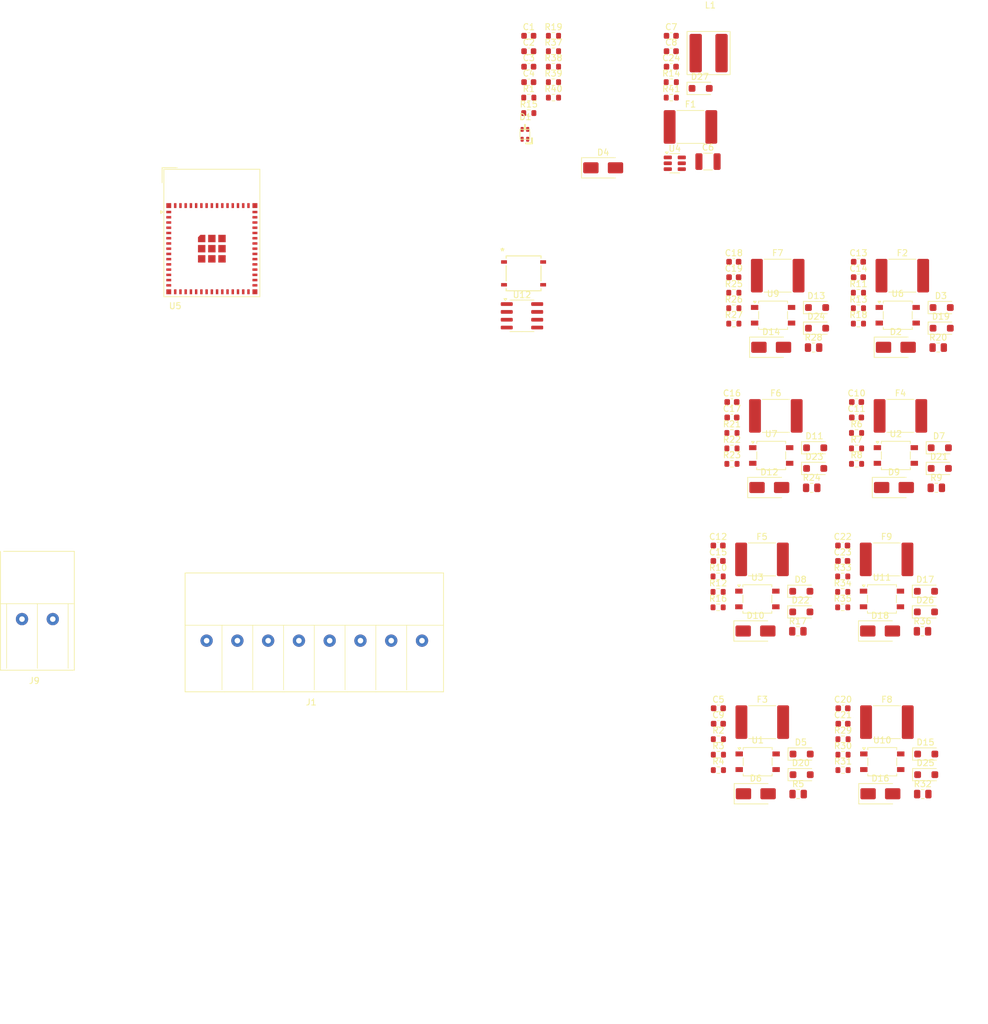
<source format=kicad_pcb>
(kicad_pcb (version 20241229) (generator "pcbnew") (generator_version "9.0")
  (layers (0 "F.Cu" signal) (4 "In1.Cu" signal) (6 "In2.Cu" signal) (2 "B.Cu" signal) (13 "F.Paste" user) (15 "B.Paste" user) (5 "F.SilkS" user "F.Silkscreen") (7 "B.SilkS" user "B.Silkscreen") (1 "F.Mask" user) (3 "B.Mask" user) (25 "Edge.Cuts" user))
  (net 0 "")
  (net 1 "+3.3V")
  (net 2 "GND")
  (net 3 "Net-(U5-EN)")
  (net 4 "/COMM_V")
  (net 5 "Net-(C5-Pad2)")
  (net 6 "+V")
  (net 7 "/SENSE_2")
  (net 8 "Net-(C10-Pad2)")
  (net 9 "/SENSE_3")
  (net 10 "Net-(C12-Pad2)")
  (net 11 "Net-(C13-Pad2)")
  (net 12 "/SENSE_1")
  (net 13 "/SENSE_4")
  (net 14 "Net-(C16-Pad2)")
  (net 15 "/SENSE_5")
  (net 16 "Net-(C18-Pad2)")
  (net 17 "/SENSE_6")
  (net 18 "Net-(C20-Pad2)")
  (net 19 "/SENSE_7")
  (net 20 "Net-(C22-Pad2)")
  (net 21 "/SENSE_8")
  (net 22 "Net-(U4-SW)")
  (net 23 "Net-(U4-CB)")
  (net 24 "Net-(D1-RK)")
  (net 25 "Net-(D1-BK)")
  (net 26 "Net-(D1-GK)")
  (net 27 "Net-(D19-K)")
  (net 28 "Net-(D27-A)")
  (net 29 "Net-(D20-K)")
  (net 30 "Net-(D21-K)")
  (net 31 "Net-(D10-A2)")
  (net 32 "Net-(D11-A)")
  (net 33 "Net-(D13-A)")
  (net 34 "Net-(D15-A)")
  (net 35 "Net-(D17-A)")
  (net 36 "Net-(J9-Pin_2)")
  (net 37 "/IO_1")
  (net 38 "/IO_2")
  (net 39 "/IO_3")
  (net 40 "/IO_4")
  (net 41 "/IO_5")
  (net 42 "/IO_6")
  (net 43 "/IO_7")
  (net 44 "/IO_8")
  (net 45 "Net-(R2-Pad2)")
  (net 46 "Net-(R6-Pad2)")
  (net 47 "Net-(R10-Pad2)")
  (net 48 "Net-(R11-Pad2)")
  (net 49 "Net-(U4-FB)")
  (net 50 "/SDA")
  (net 51 "/SCL")
  (net 52 "Net-(R21-Pad2)")
  (net 53 "Net-(R25-Pad2)")
  (net 54 "Net-(R29-Pad2)")
  (net 55 "Net-(R33-Pad2)")
  (net 56 "Net-(U5-IO40)")
  (net 57 "Net-(U5-IO41)")
  (net 58 "Net-(U5-IO42)")
  (net 59 "Net-(U5-IO48)")
  (net 60 "/EN_2")
  (net 61 "/EN_3")
  (net 62 "/EN_4")
  (net 64 "/EN_8")
  (net 65 "/EN_6")
  (net 67 "/EN_7")
  (net 75 "/EN_5")
  (net 84 "/EN_1")
  (footprint "Capacitor_SMD:C_0603_1608Metric" (layer "F.Cu") (at 255.325 73.39)
    (property "Reference" "C14" (at 0 -1.43 0) (layer "F.SilkS"))
    (property "Value" "2.7n")
    (pad "1" smd roundrect (at -0.775 0) (size 0.9 0.95) (layers "F.Cu" "F.Mask" "F.Paste") (net 12 "/SENSE_1"))
    (pad "2" smd roundrect (at 0.775 0) (size 0.9 0.95) (layers "F.Cu" "F.Mask" "F.Paste") (net 2 "GND"))
  )
  (footprint "Package_SO:SO-4_4.4x4.3mm_P2.54mm" (layer "F.Cu") (at 241.15 102.33)
    (property "Reference" "U7" (at 0 -3.5 0) (layer "F.SilkS"))
    (property "Value" "GAQY212GSX")
    (pad "1" smd rect (at -3 -1.27 270) (size 0.8 1.2) (layers "F.Cu" "F.Mask" "F.Paste") (net 75 "/EN_5"))
    (pad "2" smd rect (at -3 1.27 270) (size 0.8 1.2) (layers "F.Cu" "F.Mask" "F.Paste") (net 52 "Net-(R21-Pad2)"))
    (pad "3" smd rect (at 3 1.27 270) (size 0.8 1.2) (layers "F.Cu" "F.Mask" "F.Paste") (net 32 "Net-(D11-A)"))
    (pad "4" smd rect (at 3 -1.27 270) (size 0.8 1.2) (layers "F.Cu" "F.Mask" "F.Paste") (net 4 "/COMM_V"))
  )
  (footprint "Diode_SMD:D_SMA" (layer "F.Cu") (at 261.4 84.76)
    (property "Reference" "D2" (at 0 -2.5 0) (layer "F.SilkS"))
    (property "Value" "SMAJ60CA")
    (pad "1" smd roundrect (at -2 0) (size 2.5 1.8) (layers "F.Cu" "F.Mask" "F.Paste") (roundrect_rratio 0.1388888889) (net 2 "GND"))
    (pad "2" smd roundrect (at 2 0) (size 2.5 1.8) (layers "F.Cu" "F.Mask" "F.Paste") (roundrect_rratio 0.1388888889) (net 27 "Net-(D19-K)"))
  )
  (footprint "Resistor_SMD:R_0603_1608Metric" (layer "F.Cu") (at 252.8175 148.4)
    (property "Reference" "R29" (at 0 -1.43 0) (layer "F.SilkS"))
    (property "Value" "270")
    (pad "1" smd roundrect (at -0.825 0) (size 0.8 0.95) (layers "F.Cu" "F.Mask" "F.Paste") (net 2 "GND"))
    (pad "2" smd roundrect (at 0.825 0) (size 0.8 0.95) (layers "F.Cu" "F.Mask" "F.Paste") (net 54 "Net-(R29-Pad2)"))
  )
  (footprint "Resistor_SMD:R_0805_2012Metric" (layer "F.Cu") (at 268.285 84.81)
    (property "Reference" "R20" (at 0 -1.65 0) (layer "F.SilkS"))
    (property "Value" "100 ERJ-P06F1000V")
    (pad "1" smd roundrect (at -0.9125 0) (size 1.025 1.4) (layers "F.Cu" "F.Mask" "F.Paste") (roundrect_rratio 0.243902) (net 27 "Net-(D19-K)"))
    (pad "2" smd roundrect (at 0.9125 0) (size 1.025 1.4) (layers "F.Cu" "F.Mask" "F.Paste") (roundrect_rratio 0.243902) (net 11 "Net-(C13-Pad2)"))
  )
  (footprint "Capacitor_SMD:C_0603_1608Metric" (layer "F.Cu") (at 234.77 93.65)
    (property "Reference" "C16" (at 0 -1.43 0) (layer "F.SilkS"))
    (property "Value" "1u")
    (pad "1" smd roundrect (at -0.775 0) (size 0.9 0.95) (layers "F.Cu" "F.Mask" "F.Paste") (net 4 "/COMM_V"))
    (pad "2" smd roundrect (at 0.775 0) (size 0.9 0.95) (layers "F.Cu" "F.Mask" "F.Paste") (net 14 "Net-(C16-Pad2)"))
  )
  (footprint "Capacitor_SMD:C_0603_1608Metric" (layer "F.Cu") (at 255.02 93.65)
    (property "Reference" "C10" (at 0 -1.43 0) (layer "F.SilkS"))
    (property "Value" "1u")
    (pad "1" smd roundrect (at -0.775 0) (size 0.9 0.95) (layers "F.Cu" "F.Mask" "F.Paste") (net 4 "/COMM_V"))
    (pad "2" smd roundrect (at 0.775 0) (size 0.9 0.95) (layers "F.Cu" "F.Mask" "F.Paste") (net 8 "Net-(C10-Pad2)"))
  )
  (footprint "Resistor_SMD:R_0805_2012Metric" (layer "F.Cu") (at 267.98 107.58)
    (property "Reference" "R9" (at 0 -1.65 0) (layer "F.SilkS"))
    (property "Value" "100 ERJ-P06F1000V")
    (pad "1" smd roundrect (at -0.9125 0) (size 1.025 1.4) (layers "F.Cu" "F.Mask" "F.Paste") (roundrect_rratio 0.243902) (net 30 "Net-(D21-K)"))
    (pad "2" smd roundrect (at 0.9125 0) (size 1.025 1.4) (layers "F.Cu" "F.Mask" "F.Paste") (roundrect_rratio 0.243902) (net 8 "Net-(C10-Pad2)"))
  )
  (footprint "Diode_SMD:D_SOD-123F" (layer "F.Cu") (at 248.6 78.31)
    (property "Reference" "D13" (at -0.127 -1.905 0) (layer "F.SilkS"))
    (property "Value" "SM4007PL")
    (pad "1" smd roundrect (at -1.4 0) (size 1.1 1.1) (layers "F.Cu" "F.Mask" "F.Paste") (roundrect_rratio 0.2272727273) (net 6 "+V"))
    (pad "2" smd roundrect (at 1.4 0) (size 1.1 1.1) (layers "F.Cu" "F.Mask" "F.Paste") (roundrect_rratio 0.2272727273) (net 33 "Net-(D13-A)"))
  )
  (footprint "Capacitor_SMD:C_0603_1608Metric" (layer "F.Cu") (at 201.7575 34.18)
    (property "Reference" "C1" (at 0 -1.43 0) (layer "F.SilkS"))
    (property "Value" "22u")
    (pad "1" smd roundrect (at -0.775 0) (size 0.9 0.95) (layers "F.Cu" "F.Mask" "F.Paste") (net 2 "GND"))
    (pad "2" smd roundrect (at 0.775 0) (size 0.9 0.95) (layers "F.Cu" "F.Mask" "F.Paste") (net 1 "+3.3V"))
  )
  (footprint "Fuse:Fuse_2920_7451Metric" (layer "F.Cu") (at 239.65 119.2)
    (property "Reference" "F5" (at 0 -3.68 0) (layer "F.SilkS"))
    (property "Value" "0ZCF0075AF2C")
    (pad "1" smd roundrect (at -3.3875 0) (size 1.925 5.45) (layers "F.Cu" "F.Mask" "F.Paste") (roundrect_rratio 0.12987) (net 40 "/IO_4"))
    (pad "2" smd roundrect (at 3.3875 0) (size 1.925 5.45) (layers "F.Cu" "F.Mask" "F.Paste") (roundrect_rratio 0.12987) (net 31 "Net-(D10-A2)"))
  )
  (footprint "Diode_SMD:D_SOD-123F" (layer "F.Cu") (at 266.3425 150.81)
    (property "Reference" "D15" (at -0.127 -1.905 0) (layer "F.SilkS"))
    (property "Value" "SM4007PL")
    (pad "1" smd roundrect (at -1.4 0) (size 1.1 1.1) (layers "F.Cu" "F.Mask" "F.Paste") (roundrect_rratio 0.2272727273) (net 6 "+V"))
    (pad "2" smd roundrect (at 1.4 0) (size 1.1 1.1) (layers "F.Cu" "F.Mask" "F.Paste") (roundrect_rratio 0.2272727273) (net 34 "Net-(D15-A)"))
  )
  (footprint "Capacitor_SMD:C_0603_1608Metric" (layer "F.Cu") (at 232.5675 145.89)
    (property "Reference" "C9" (at 0 -1.43 0) (layer "F.SilkS"))
    (property "Value" "2.7n")
    (pad "1" smd roundrect (at -0.775 0) (size 0.9 0.95) (layers "F.Cu" "F.Mask" "F.Paste") (net 7 "/SENSE_2"))
    (pad "2" smd roundrect (at 0.775 0) (size 0.9 0.95) (layers "F.Cu" "F.Mask" "F.Paste") (net 2 "GND"))
  )
  (footprint "Fuse:Fuse_2920_7451Metric" (layer "F.Cu") (at 239.6975 145.63)
    (property "Reference" "F3" (at 0 -3.68 0) (layer "F.SilkS"))
    (property "Value" "0ZCF0075AF2C")
    (pad "1" smd roundrect (at -3.3875 0) (size 1.925 5.45) (layers "F.Cu" "F.Mask" "F.Paste") (roundrect_rratio 0.12987) (net 38 "/IO_2"))
    (pad "2" smd roundrect (at 3.3875 0) (size 1.925 5.45) (layers "F.Cu" "F.Mask" "F.Paste") (roundrect_rratio 0.12987) (net 29 "Net-(D20-K)"))
  )
  (footprint "Resistor_SMD:R_0603_1608Metric" (layer "F.Cu") (at 232.52 126.99)
    (property "Reference" "R16" (at 0 -1.43 0) (layer "F.SilkS"))
    (property "Value" "5.90k 1%")
    (pad "1" smd roundrect (at -0.825 0) (size 0.8 0.95) (layers "F.Cu" "F.Mask" "F.Paste") (net 2 "GND"))
    (pad "2" smd roundrect (at 0.825 0) (size 0.8 0.95) (layers "F.Cu" "F.Mask" "F.Paste") (net 13 "/SENSE_4"))
  )
  (footprint "qmi_footprints:SON4_PTS526 SM15 SMTR2 LFS_CNK" (layer "F.Cu") (at 200.908299 72.7603)
    (property "Reference" "SW1" (hide yes))
    (property "Value" "PTS526SM15SMTR2 LFS")
    (fp_text user "*" (at -3.434349 -3.5518 0) (layer "F.SilkS"))
    (fp_text user "*" (at -3.434349 -3.5518 0) (layer "F.SilkS"))
    (pad "1" smd rect (at -3.180349 -1.849999) (size 0.9505 0.5588) (layers "F.Cu" "F.Mask" "F.Paste") (net 59 "Net-(U5-IO48)"))
    (pad "2" smd rect (at -3.180349 1.849999) (size 0.9505 0.5588) (layers "F.Cu" "F.Mask" "F.Paste") (net 59 "Net-(U5-IO48)"))
    (pad "3" smd rect (at 3.180349 1.849999) (size 0.9505 0.5588) (layers "F.Cu" "F.Mask" "F.Paste") (net 2 "GND"))
    (pad "4" smd rect (at 3.180349 -1.849999) (size 0.9505 0.5588) (layers "F.Cu" "F.Mask" "F.Paste") (net 2 "GND"))
  )
  (footprint "Diode_SMD:D_SOD-123F" (layer "F.Cu") (at 248.295 101.08)
    (property "Reference" "D11" (at -0.127 -1.905 0) (layer "F.SilkS"))
    (property "Value" "SM4007PL")
    (pad "1" smd roundrect (at -1.4 0) (size 1.1 1.1) (layers "F.Cu" "F.Mask" "F.Paste") (roundrect_rratio 0.2272727273) (net 6 "+V"))
    (pad "2" smd roundrect (at 1.4 0) (size 1.1 1.1) (layers "F.Cu" "F.Mask" "F.Paste") (roundrect_rratio 0.2272727273) (net 32 "Net-(D11-A)"))
  )
  (footprint "Capacitor_SMD:C_0603_1608Metric" (layer "F.Cu") (at 234.77 96.16)
    (property "Reference" "C17" (at 0 -1.43 0) (layer "F.SilkS"))
    (property "Value" "2.7n")
    (pad "1" smd roundrect (at -0.775 0) (size 0.9 0.95) (layers "F.Cu" "F.Mask" "F.Paste") (net 15 "/SENSE_5"))
    (pad "2" smd roundrect (at 0.775 0) (size 0.9 0.95) (layers "F.Cu" "F.Mask" "F.Paste") (net 2 "GND"))
  )
  (footprint "Diode_SMD:D_SMA" (layer "F.Cu") (at 258.845 130.83)
    (property "Reference" "D18" (at 0 -2.5 0) (layer "F.SilkS"))
    (property "Value" "SMAJ60CA")
    (pad "1" smd roundrect (at -2 0) (size 2.5 1.8) (layers "F.Cu" "F.Mask" "F.Paste") (roundrect_rratio 0.1388888889) (net 2 "GND"))
    (pad "2" smd roundrect (at 2 0) (size 2.5 1.8) (layers "F.Cu" "F.Mask" "F.Paste") (roundrect_rratio 0.1388888889) (net 35 "Net-(D17-A)"))
  )
  (footprint "Capacitor_SMD:C_0603_1608Metric" (layer "F.Cu") (at 252.77 119.46)
    (property "Reference" "C23" (at 0 -1.43 0) (layer "F.SilkS"))
    (property "Value" "2.7n")
    (pad "1" smd roundrect (at -0.775 0) (size 0.9 0.95) (layers "F.Cu" "F.Mask" "F.Paste") (net 21 "/SENSE_8"))
    (pad "2" smd roundrect (at 0.775 0) (size 0.9 0.95) (layers "F.Cu" "F.Mask" "F.Paste") (net 2 "GND"))
  )
  (footprint "Capacitor_SMD:C_0603_1608Metric" (layer "F.Cu") (at 224.9075 34.18)
    (property "Reference" "C7" (at 0 -1.43 0) (layer "F.SilkS"))
    (property "Value" "100n")
    (pad "1" smd roundrect (at -0.775 0) (size 0.9 0.95) (layers "F.Cu" "F.Mask" "F.Paste") (net 2 "GND"))
    (pad "2" smd roundrect (at 0.775 0) (size 0.9 0.95) (layers "F.Cu" "F.Mask" "F.Paste") (net 6 "+V"))
  )
  (footprint "Fuse:Fuse_2920_7451Metric" (layer "F.Cu") (at 241.9 95.9)
    (property "Reference" "F6" (at 0 -3.68 0) (layer "F.SilkS"))
    (property "Value" "0ZCF0075AF2C")
    (pad "1" smd roundrect (at -3.3875 0) (size 1.925 5.45) (layers "F.Cu" "F.Mask" "F.Paste") (roundrect_rratio 0.12987) (net 41 "/IO_5"))
    (pad "2" smd roundrect (at 3.3875 0) (size 1.925 5.45) (layers "F.Cu" "F.Mask" "F.Paste") (roundrect_rratio 0.12987) (net 32 "Net-(D11-A)"))
  )
  (footprint "Resistor_SMD:R_0603_1608Metric" (layer "F.Cu") (at 232.52 121.97)
    (property "Reference" "R10" (at 0 -1.43 0) (layer "F.SilkS"))
    (property "Value" "270")
    (pad "1" smd roundrect (at -0.825 0) (size 0.8 0.95) (layers "F.Cu" "F.Mask" "F.Paste") (net 2 "GND"))
    (pad "2" smd roundrect (at 0.825 0) (size 0.8 0.95) (layers "F.Cu" "F.Mask" "F.Paste") (net 47 "Net-(R10-Pad2)"))
  )
  (footprint "Resistor_SMD:R_0603_1608Metric" (layer "F.Cu") (at 252.77 121.97)
    (property "Reference" "R33" (at 0 -1.43 0) (layer "F.SilkS"))
    (property "Value" "270")
    (pad "1" smd roundrect (at -0.825 0) (size 0.8 0.95) (layers "F.Cu" "F.Mask" "F.Paste") (net 2 "GND"))
    (pad "2" smd roundrect (at 0.825 0) (size 0.8 0.95) (layers "F.Cu" "F.Mask" "F.Paste") (net 55 "Net-(R33-Pad2)"))
  )
  (footprint "Resistor_SMD:R_0603_1608Metric" (layer "F.Cu") (at 255.325 78.41)
    (property "Reference" "R13" (at 0 -1.43 0) (layer "F.SilkS"))
    (property "Value" "113k 1%")
    (pad "1" smd roundrect (at -0.825 0) (size 0.8 0.95) (layers "F.Cu" "F.Mask" "F.Paste") (net 12 "/SENSE_1"))
    (pad "2" smd roundrect (at 0.825 0) (size 0.8 0.95) (layers "F.Cu" "F.Mask" "F.Paste") (net 27 "Net-(D19-K)"))
  )
  (footprint "Diode_SMD:D_SOD-123F" (layer "F.Cu") (at 246.045 124.38)
    (property "Reference" "D8" (at -0.127 -1.905 0) (layer "F.SilkS"))
    (property "Value" "SM4007PL")
    (pad "1" smd roundrect (at -1.4 0) (size 1.1 1.1) (layers "F.Cu" "F.Mask" "F.Paste") (roundrect_rratio 0.2272727273) (net 6 "+V"))
    (pad "2" smd roundrect (at 1.4 0) (size 1.1 1.1) (layers "F.Cu" "F.Mask" "F.Paste") (roundrect_rratio 0.2272727273) (net 31 "Net-(D10-A2)"))
  )
  (footprint "Resistor_SMD:R_0603_1608Metric" (layer "F.Cu") (at 201.7575 44.22)
    (property "Reference" "R1" (at 0 -1.43 0) (layer "F.SilkS"))
    (property "Value" "1k")
    (pad "1" smd roundrect (at -0.825 0) (size 0.8 0.95) (layers "F.Cu" "F.Mask" "F.Paste") (net 3 "Net-(U5-EN)"))
    (pad "2" smd roundrect (at 0.825 0) (size 0.8 0.95) (layers "F.Cu" "F.Mask" "F.Paste") (net 1 "+3.3V"))
  )
  (footprint "Resistor_SMD:R_0805_2012Metric" (layer "F.Cu") (at 265.73 130.88)
    (property "Reference" "R36" (at 0 -1.65 0) (layer "F.SilkS"))
    (property "Value" "100 ERJ-P06F1000V")
    (pad "1" smd roundrect (at -0.9125 0) (size 1.025 1.4) (layers "F.Cu" "F.Mask" "F.Paste") (roundrect_rratio 0.243902) (net 35 "Net-(D17-A)"))
    (pad "2" smd roundrect (at 0.9125 0) (size 1.025 1.4) (layers "F.Cu" "F.Mask" "F.Paste") (roundrect_rratio 0.243902) (net 20 "Net-(C22-Pad2)"))
  )
  (footprint "Capacitor_SMD:C_0603_1608Metric" (layer "F.Cu") (at 255.325 70.88)
    (property "Reference" "C13" (at 0 -1.43 0) (layer "F.SilkS"))
    (property "Value" "1u")
    (pad "1" smd roundrect (at -0.775 0) (size 0.9 0.95) (layers "F.Cu" "F.Mask" "F.Paste") (net 4 "/COMM_V"))
    (pad "2" smd roundrect (at 0.775 0) (size 0.9 0.95) (layers "F.Cu" "F.Mask" "F.Paste") (net 11 "Net-(C13-Pad2)"))
  )
  (footprint "Fuse:Fuse_2920_7451Metric" (layer "F.Cu") (at 262.15 95.9)
    (property "Reference" "F4" (at 0 -3.68 0) (layer "F.SilkS"))
    (property "Value" "0ZCF0075AF2C")
    (pad "1" smd roundrect (at -3.3875 0) (size 1.925 5.45) (layers "F.Cu" "F.Mask" "F.Paste") (roundrect_rratio 0.12987) (net 39 "/IO_3"))
    (pad "2" smd roundrect (at 3.3875 0) (size 1.925 5.45) (layers "F.Cu" "F.Mask" "F.Paste") (roundrect_rratio 0.12987) (net 30 "Net-(D21-K)"))
  )
  (footprint "Resistor_SMD:R_0603_1608Metric" (layer "F.Cu") (at 234.77 101.18)
    (property "Reference" "R22" (at 0 -1.43 0) (layer "F.SilkS"))
    (property "Value" "113k 1%")
    (pad "1" smd roundrect (at -0.825 0) (size 0.8 0.95) (layers "F.Cu" "F.Mask" "F.Paste") (net 15 "/SENSE_5"))
    (pad "2" smd roundrect (at 0.825 0) (size 0.8 0.95) (layers "F.Cu" "F.Mask" "F.Paste") (net 32 "Net-(D11-A)"))
  )
  (footprint "Resistor_SMD:R_0603_1608Metric" (layer "F.Cu") (at 205.7675 36.69)
    (property "Reference" "R37" (at 0 -1.43 0) (layer "F.SilkS"))
    (property "Value" "1k")
    (pad "1" smd roundrect (at -0.825 0) (size 0.8 0.95) (layers "F.Cu" "F.Mask" "F.Paste") (net 24 "Net-(D1-RK)"))
    (pad "2" smd roundrect (at 0.825 0) (size 0.8 0.95) (layers "F.Cu" "F.Mask" "F.Paste") (net 56 "Net-(U5-IO40)"))
  )
  (footprint "Package_SO:SO-4_4.4x4.3mm_P2.54mm" (layer "F.Cu") (at 241.455 79.56)
    (property "Reference" "U9" (at 0 -3.5 0) (layer "F.SilkS"))
    (property "Value" "GAQY212GSX")
    (pad "1" smd rect (at -3 -1.27 270) (size 0.8 1.2) (layers "F.Cu" "F.Mask" "F.Paste") (net 65 "/EN_6"))
    (pad "2" smd rect (at -3 1.27 270) (size 0.8 1.2) (layers "F.Cu" "F.Mask" "F.Paste") (net 53 "Net-(R25-Pad2)"))
    (pad "3" smd rect (at 3 1.27 270) (size 0.8 1.2) (layers "F.Cu" "F.Mask" "F.Paste") (net 33 "Net-(D13-A)"))
    (pad "4" smd rect (at 3 -1.27 270) (size 0.8 1.2) (layers "F.Cu" "F.Mask" "F.Paste") (net 4 "/COMM_V"))
  )
  (footprint "Resistor_SMD:R_0603_1608Metric" (layer "F.Cu") (at 205.7675 41.71)
    (property "Reference" "R39" (at 0 -1.43 0) (layer "F.SilkS"))
    (property "Value" "1k")
    (pad "1" smd roundrect (at -0.825 0) (size 0.8 0.95) (layers "F.Cu" "F.Mask" "F.Paste") (net 25 "Net-(D1-BK)"))
    (pad "2" smd roundrect (at 0.825 0) (size 0.8 0.95) (layers "F.Cu" "F.Mask" "F.Paste") (net 58 "Net-(U5-IO42)"))
  )
  (footprint "Resistor_SMD:R_0805_2012Metric" (layer "F.Cu") (at 245.48 130.88)
    (property "Reference" "R17" (at 0 -1.65 0) (layer "F.SilkS"))
    (property "Value" "100 ERJ-P06F1000V")
    (pad "1" smd roundrect (at -0.9125 0) (size 1.025 1.4) (layers "F.Cu" "F.Mask" "F.Paste") (roundrect_rratio 0.243902) (net 31 "Net-(D10-A2)"))
    (pad "2" smd roundrect (at 0.9125 0) (size 1.025 1.4) (layers "F.Cu" "F.Mask" "F.Paste") (roundrect_rratio 0.243902) (net 10 "Net-(C12-Pad2)"))
  )
  (footprint "Resistor_SMD:R_0603_1608Metric" (layer "F.Cu") (at 205.7675 34.18)
    (property "Reference" "R19" (at 0 -1.43 0) (layer "F.SilkS"))
    (property "Value" "5.90k 1%")
    (pad "1" smd roundrect (at -0.825 0) (size 0.8 0.95) (layers "F.Cu" "F.Mask" "F.Paste") (net 51 "/SCL"))
    (pad "2" smd roundrect (at 0.825 0) (size 0.8 0.95) (layers "F.Cu" "F.Mask" "F.Paste") (net 1 "+3.3V"))
  )
  (footprint "Diode_SMD:D_SOD-123F" (layer "F.Cu") (at 268.85 78.31)
    (property "Reference" "D3" (at -0.127 -1.905 0) (layer "F.SilkS"))
    (property "Value" "SM4007PL")
    (pad "1" smd roundrect (at -1.4 0) (size 1.1 1.1) (layers "F.Cu" "F.Mask" "F.Paste") (roundrect_rratio 0.2272727273) (net 6 "+V"))
    (pad "2" smd roundrect (at 1.4 0) (size 1.1 1.1) (layers "F.Cu" "F.Mask" "F.Paste") (roundrect_rratio 0.2272727273) (net 27 "Net-(D19-K)"))
  )
  (footprint "Package_SO:SO-4_4.4x4.3mm_P2.54mm" (layer "F.Cu") (at 259.1975 152.06)
    (property "Reference" "U10" (at 0 -3.5 0) (layer "F.SilkS"))
    (property "Value" "GAQY212GSX")
    (pad "1" smd rect (at -3 -1.27 270) (size 0.8 1.2) (layers "F.Cu" "F.Mask" "F.Paste") (net 67 "/EN_7"))
    (pad "2" smd rect (at -3 1.27 270) (size 0.8 1.2) (layers "F.Cu" "F.Mask" "F.Paste") (net 54 "Net-(R29-Pad2)"))
    (pad "3" smd rect (at 3 1.27 270) (size 0.8 1.2) (layers "F.Cu" "F.Mask" "F.Paste") (net 34 "Net-(D15-A)"))
    (pad "4" smd rect (at 3 -1.27 270) (size 0.8 1.2) (layers "F.Cu" "F.Mask" "F.Paste") (net 4 "/COMM_V"))
  )
  (footprint "Diode_SMD:D_SOD-123F" (layer "F.Cu") (at 266.3425 154.16)
    (property "Reference" "D25" (at -0.127 -1.905 0) (layer "F.SilkS"))
    (property "Value" "SM4007PL")
    (pad "1" smd roundrect (at -1.4 0) (size 1.1 1.1) (layers "F.Cu" "F.Mask" "F.Paste") (roundrect_rratio 0.2272727273) (net 34 "Net-(D15-A)"))
    (pad "2" smd roundrect (at 1.4 0) (size 1.1 1.1) (layers "F.Cu" "F.Mask" "F.Paste") (roundrect_rratio 0.2272727273) (net 2 "GND"))
  )
  (footprint "Resistor_SMD:R_0603_1608Metric" (layer "F.Cu") (at 232.5675 150.91)
    (property "Reference" "R3" (at 0 -1.43 0) (layer "F.SilkS"))
    (property "Value" "113k 1%")
    (pad "1" smd roundrect (at -0.825 0) (size 0.8 0.95) (layers "F.Cu" "F.Mask" "F.Paste") (net 7 "/SENSE_2"))
    (pad "2" smd roundrect (at 0.825 0) (size 0.8 0.95) (layers "F.Cu" "F.Mask" "F.Paste") (net 29 "Net-(D20-K)"))
  )
  (footprint "Package_SO:SO-4_4.4x4.3mm_P2.54mm" (layer "F.Cu") (at 261.4 102.33)
    (property "Reference" "U2" (at 0 -3.5 0) (layer "F.SilkS"))
    (property "Value" "GAQY212GSX")
    (pad "1" smd rect (at -3 -1.27 270) (size 0.8 1.2) (layers "F.Cu" "F.Mask" "F.Paste") (net 61 "/EN_3"))
    (pad "2" smd rect (at -3 1.27 270) (size 0.8 1.2) (layers "F.Cu" "F.Mask" "F.Paste") (net 46 "Net-(R6-Pad2)"))
    (pad "3" smd rect (at 3 1.27 270) (size 0.8 1.2) (layers "F.Cu" "F.Mask" "F.Paste") (net 30 "Net-(D21-K)"))
    (pad "4" smd rect (at 3 -1.27 270) (size 0.8 1.2) (layers "F.Cu" "F.Mask" "F.Paste") (net 4 "/COMM_V"))
  )
  (footprint "Package_TO_SOT_SMD:SOT-23-6" (layer "F.Cu") (at 225.4775 54.885)
    (property "Reference" "U4" (at 0 -2.4 0) (layer "F.SilkS"))
    (property "Value" "LMR51610XDBVR")
    (pad "1" smd roundrect (at -1.1375 -0.95) (size 1.325 0.6) (layers "F.Cu" "F.Mask" "F.Paste") (net 23 "Net-(U4-CB)"))
    (pad "2" smd roundrect (at -1.1375 0) (size 1.325 0.6) (layers "F.Cu" "F.Mask" "F.Paste") (net 2 "GND"))
    (pad "3" smd roundrect (at -1.1375 0.95) (size 1.325 0.6) (layers "F.Cu" "F.Mask" "F.Paste") (net 49 "Net-(U4-FB)"))
    (pad "4" smd roundrect (at 1.1375 0.95) (size 1.325 0.6) (layers "F.Cu" "F.Mask" "F.Paste") (net 6 "+V"))
    (pad "5" smd roundrect (at 1.1375 0) (size 1.325 0.6) (layers "F.Cu" "F.Mask" "F.Paste") (net 6 "+V"))
    (pad "6" smd roundrect (at 1.1375 -0.95) (size 1.325 0.6) (layers "F.Cu" "F.Mask" "F.Paste") (net 22 "Net-(U4-SW)"))
  )
  (footprint "Resistor_SMD:R_0603_1608Metric" (layer "F.Cu") (at 255.02 98.67)
    (property "Reference" "R6" (at 0 -1.43 0) (layer "F.SilkS"))
    (property "Value" "270")
    (pad "1" smd roundrect (at -0.825 0) (size 0.8 0.95) (layers "F.Cu" "F.Mask" "F.Paste") (net 2 "GND"))
    (pad "2" smd roundrect (at 0.825 0) (size 0.8 0.95) (layers "F.Cu" "F.Mask" "F.Paste") (net 46 "Net-(R6-Pad2)"))
  )
  (footprint "Diode_SMD:D_SOD-123F" (layer "F.Cu") (at 266.295 124.38)
    (property "Reference" "D17" (at -0.127 -1.905 0) (layer "F.SilkS"))
    (property "Value" "SM4007PL")
    (pad "1" smd roundrect (at -1.4 0) (size 1.1 1.1) (layers "F.Cu" "F.Mask" "F.Paste") (roundrect_rratio 0.2272727273) (net 6 "+V"))
    (pad "2" smd roundrect (at 1.4 0) (size 1.1 1.1) (layers "F.Cu" "F.Mask" "F.Paste") (roundrect_rratio 0.2272727273) (net 35 "Net-(D17-A)"))
  )
  (footprint "Capacitor_SMD:C_0603_1608Metric" (layer "F.Cu") (at 201.7575 41.71)
    (property "Reference" "C4" (at 0 -1.43 0) (layer "F.SilkS"))
    (property "Value" "1u")
    (pad "1" smd roundrect (at -0.775 0) (size 0.9 0.95) (layers "F.Cu" "F.Mask" "F.Paste") (net 2 "GND"))
    (pad "2" smd roundrect (at 0.775 0) (size 0.9 0.95) (layers "F.Cu" "F.Mask" "F.Paste") (net 1 "+3.3V"))
  )
  (footprint "Capacitor_SMD:C_0603_1608Metric" (layer "F.Cu") (at 224.9075 36.69)
    (property "Reference" "C8" (at 0 -1.43 0) (layer "F.SilkS"))
    (property "Value" "22u")
    (pad "1" smd roundrect (at -0.775 0) (size 0.9 0.95) (layers "F.Cu" "F.Mask" "F.Paste") (net 2 "GND"))
    (pad "2" smd roundrect (at 0.775 0) (size 0.9 0.95) (layers "F.Cu" "F.Mask" "F.Paste") (net 1 "+3.3V"))
  )
  (footprint "qmi_footprints:B38G3RGB-10D0003H2U1930" (layer "F.Cu") (at 201.1275 50.1844)
    (property "Reference" "D1" (at 0.0762 -2.8194 0) (layer "F.SilkS"))
    (property "Value" "B38G3RGB-10D0003H2U1930")
    (pad "1" smd roundrect (at 0.45 0.8) (size 0.5 0.8) (layers "F.Cu" "F.Mask" "F.Paste") (net 26 "Net-(D1-GK)"))
    (pad "2" smd roundrect (at -0.45 0.8) (size 0.5 0.8) (layers "F.Cu" "F.Mask" "F.Paste") (net 25 "Net-(D1-BK)"))
    (pad "3" smd roundrect (at -0.45 -0.8) (size 0.5 0.8) (layers "F.Cu" "F.Mask" "F.Paste") (net 1 "+3.3V"))
    (pad "4" smd roundrect (at 0.45 -0.8) (size 0.5 0.8) (layers "F.Cu" "F.Mask" "F.Paste") (net 24 "Net-(D1-RK)"))
  )
  (footprint "Package_SO:SO-4_4.4x4.3mm_P2.54mm" (layer "F.Cu") (at 238.9 125.63)
    (property "Reference" "U3" (at 0 -3.5 0) (layer "F.SilkS"))
    (property "Value" "GAQY212GSX")
    (pad "1" smd rect (at -3 -1.27 270) (size 0.8 1.2) (layers "F.Cu" "F.Mask" "F.Paste") (net 62 "/EN_4"))
    (pad "2" smd rect (at -3 1.27 270) (size 0.8 1.2) (layers "F.Cu" "F.Mask" "F.Paste") (net 47 "Net-(R10-Pad2)"))
    (pad "3" smd rect (at 3 1.27 270) (size 0.8 1.2) (layers "F.Cu" "F.Mask" "F.Paste") (net 31 "Net-(D10-A2)"))
    (pad "4" smd rect (at 3 -1.27 270) (size 0.8 1.2) (layers "F.Cu" "F.Mask" "F.Paste") (net 4 "/COMM_V"))
  )
  (footprint "Package_SO:SO-4_4.4x4.3mm_P2.54mm" (layer "F.Cu") (at 261.705 79.56)
    (property "Reference" "U6" (at 0 -3.5 0) (layer "F.SilkS"))
    (property "Value" "GAQY212GSX")
    (pad "1" smd rect (at -3 -1.27 270) (size 0.8 1.2) (layers "F.Cu" "F.Mask" "F.Paste") (net 84 "/EN_1"))
    (pad "2" smd rect (at -3 1.27 270) (size 0.8 1.2) (layers "F.Cu" "F.Mask" "F.Paste") (net 48 "Net-(R11-Pad2)"))
    (pad "3" smd rect (at 3 1.27 270) (size 0.8 1.2) (layers "F.Cu" "F.Mask" "F.Paste") (net 27 "Net-(D19-K)"))
    (pad "4" smd rect (at 3 -1.27 270) (size 0.8 1.2) (layers "F.Cu" "F.Mask" "F.Paste") (net 4 "/COMM_V"))
  )
  (footprint "qmi_footprints:QT02ASF83H0000G" (layer "F.Cu") (at 121.9 128.9 180)
    (property "Reference" "J9" (at 0.5 -10 0) (layer "F.SilkS"))
    (property "Value" "Screw_Terminal_01x02" (hide yes))
    (pad "4" thru_hole circle (at -2.5 0 180) (size 2 2) (drill 0.9) (layers "*.Cu" "*.Mask"))
    (pad "5" thru_hole circle (at 2.5 0 180) (size 2 2) (drill 0.9) (layers "*.Cu" "*.Mask"))
  )
  (footprint "Diode_SMD:D_SOD-123F" (layer "F.Cu") (at 246.045 127.73)
    (property "Reference" "D22" (at -0.127 -1.905 0) (layer "F.SilkS"))
    (property "Value" "SM4007PL")
    (pad "1" smd roundrect (at -1.4 0) (size 1.1 1.1) (layers "F.Cu" "F.Mask" "F.Paste") (roundrect_rratio 0.2272727273) (net 31 "Net-(D10-A2)"))
    (pad "2" smd roundrect (at 1.4 0) (size 1.1 1.1) (layers "F.Cu" "F.Mask" "F.Paste") (roundrect_rratio 0.2272727273) (net 2 "GND"))
  )
  (footprint "Resistor_SMD:R_0805_2012Metric" (layer "F.Cu") (at 245.5275 157.31)
    (property "Reference" "R5" (at 0 -1.65 0) (layer "F.SilkS"))
    (property "Value" "100 ERJ-P06F1000V")
    (pad "1" smd roundrect (at -0.9125 0) (size 1.025 1.4) (layers "F.Cu" "F.Mask" "F.Paste") (roundrect_rratio 0.243902) (net 29 "Net-(D20-K)"))
    (pad "2" smd roundrect (at 0.9125 0) (size 1.025 1.4) (layers "F.Cu" "F.Mask" "F.Paste") (roundrect_rratio 0.243902) (net 5 "Net-(C5-Pad2)"))
  )
  (footprint "Resistor_SMD:R_0603_1608Metric" (layer "F.Cu") (at 235.075 75.9)
    (property "Reference" "R25" (at 0 -1.43 0) (layer "F.SilkS"))
    (property "Value" "270")
    (pad "1" smd roundrect (at -0.825 0) (size 0.8 0.95) (layers "F.Cu" "F.Mask" "F.Paste") (net 2 "GND"))
    (pad "2" smd roundrect (at 0.825 0) (size 0.8 0.95) (layers "F.Cu" "F.Mask" "F.Paste") (net 53 "Net-(R25-Pad2)"))
  )
  (footprint "Resistor_SMD:R_0603_1608Metric" (layer "F.Cu") (at 255.02 101.18)
    (property "Reference" "R7" (at 0 -1.43 0) (layer "F.SilkS"))
    (property "Value" "113k 1%")
    (pad "1" smd roundrect (at -0.825 0) (size 0.8 0.95) (layers "F.Cu" "F.Mask" "F.Paste") (net 9 "/SENSE_3"))
    (pad "2" smd roundrect (at 0.825 0) (size 0.8 0.95) (layers "F.Cu" "F.Mask" "F.Paste") (net 30 "Net-(D21-K)"))
  )
  (footprint "Diode_SMD:D_SMA" (layer "F.Cu") (at 261.095 107.53)
    (property "Reference" "D9" (at 0 -2.5 0) (layer "F.SilkS"))
    (property "Value" "SMAJ60CA")
    (pad "1" smd roundrect (at -2 0) (size 2.5 1.8) (layers "F.Cu" "F.Mask" "F.Paste") (roundrect_rratio 0.1388888889) (net 2 "GND"))
    (pad "2" smd roundrect (at 2 0) (size 2.5 1.8) (layers "F.Cu" "F.Mask" "F.Paste") (roundrect_rratio 0.1388888889) (net 30 "Net-(D21-K)"))
  )
  (footprint "Resistor_SMD:R_0805_2012Metric" (layer "F.Cu") (at 248.035 84.81)
    (property "Reference" "R28" (at 0 -1.65 0) (layer "F.SilkS"))
    (property "Value" "100 ERJ-P06F1000V")
    (pad "1" smd roundrect (at -0.9125 0) (size 1.025 1.4) (layers "F.Cu" "F.Mask" "F.Paste") (roundrect_rratio 0.243902) (net 33 "Net-(D13-A)"))
    (pad "2" smd roundrect (at 0.9125 0) (size 1.025 1.4) (layers "F.Cu" "F.Mask" "F.Paste") (roundrect_rratio 0.243902) (net 16 "Net-(C18-Pad2)"))
  )
  (footprint "Capacitor_SMD:C_0603_1608Metric" (layer "F.Cu") (at 252.8175 145.89)
    (property "Reference" "C21" (at 0 -1.43 0) (layer "F.SilkS"))
    (property "Value" "2.7n")
    (pad "1" smd roundrect (at -0.775 0) (size 0.9 0.95) (layers "F.Cu" "F.Mask" "F.Paste") (net 19 "/SENSE_7"))
    (pad "2" smd roundrect (at 0.775 0) (size 0.9 0.95) (layers "F.Cu" "F.Mask" "F.Paste") (net 2 "GND"))
  )
  (footprint "Diode_SMD:D_SMA" (layer "F.Cu") (at 258.8925 157.26)
    (property "Reference" "D16" (at 0 -2.5 0) (layer "F.SilkS"))
    (property "Value" "SMAJ60CA")
    (pad "1" smd roundrect (at -2 0) (size 2.5 1.8) (layers "F.Cu" "F.Mask" "F.Paste") (roundrect_rratio 0.1388888889) (net 2 "GND"))
    (pad "2" smd roundrect (at 2 0) (size 2.5 1.8) (layers "F.Cu" "F.Mask" "F.Paste") (roundrect_rratio 0.1388888889) (net 34 "Net-(D15-A)"))
  )
  (footprint "Diode_SMD:D_SMA" (layer "F.Cu") (at 213.8425 55.62)
    (property "Reference" "D4" (at 0 -2.5 0) (layer "F.SilkS"))
    (property "Value" "SMAJ60CA")
    (pad "1" smd roundrect (at -2 0) (size 2.5 1.8) (layers "F.Cu" "F.Mask" "F.Paste") (roundrect_rratio 0.1388888889) (net 2 "GND"))
    (pad "2" smd roundrect (at 2 0) (size 2.5 1.8) (layers "F.Cu" "F.Mask" "F.Paste") (roundrect_rratio 0.1388888889) (net 28 "Net-(D27-A)"))
  )
  (footprint "Capacitor_SMD:C_0603_1608Metric" (layer "F.Cu") (at 235.075 70.88)
    (property "Reference" "C18" (at 0 -1.43 0) (layer "F.SilkS"))
    (property "Value" "1u")
    (pad "1" smd roundrect (at -0.775 0) (size 0.9 0.95) (layers "F.Cu" "F.Mask" "F.Paste") (net 4 "/COMM_V"))
    (pad "2" smd roundrect (at 0.775 0) (size 0.9 0.95) (layers "F.Cu" "F.Mask" "F.Paste") (net 16 "Net-(C18-Pad2)"))
  )
  (footprint "Resistor_SMD:R_0603_1608Metric" (layer "F.Cu") (at 255.325 75.9)
    (property "Reference" "R11" (at 0 -1.43 0) (layer "F.SilkS"))
    (property "Value" "270")
    (pad "1" smd roundrect (at -0.825 0) (size 0.8 0.95) (layers "F.Cu" "F.Mask" "F.Paste") (net 2 "GND"))
    (pad "2" smd roundrect (at 0.825 0) (size 0.8 0.95) (layers "F.Cu" "F.Mask" "F.Paste") (net 48 "Net-(R11-Pad2)"))
  )
  (footprint "Resistor_SMD:R_0603_1608Metric" (layer "F.Cu") (at 255.325 80.92)
    (property "Reference" "R18" (at 0 -1.43 0) (layer "F.SilkS"))
    (property "Value" "5.90k 1%")
    (pad "1" smd roundrect (at -0.825 0) (size 0.8 0.95) (layers "F.Cu" "F.Mask" "F.Paste") (net 2 "GND"))
    (pad "2" smd roundrect (at 0.825 0) (size 0.8 0.95) (layers "F.Cu" "F.Mask" "F.Paste") (net 12 "/SENSE_1"))
  )
  (footprint "Capacitor_SMD:C_0603_1608Metric" (layer "F.Cu") (at 224.9075 39.2)
    (property "Reference" "C24" (at 0 -1.43 0) (layer "F.SilkS"))
    (property "Value" "100n")
    (pad "1" smd roundrect (at -0.775 0) (size 0.9 0.95) (layers "F.Cu" "F.Mask" "F.Paste") (net 23 "Net-(U4-CB)"))
    (pad "2" smd roundrect (at 0.775 0) (size 0.9 0.95) (layers "F.Cu" "F.Mask" "F.Paste") (net 22 "Net-(U4-SW)"))
  )
  (footprint "RF_Module:ESP32-S2-MINI-1" (layer "F.Cu") (at 150.25 66.2)
    (property "Reference" "U5" (at -5.95 11.85 0) (layer "F.SilkS"))
    (property "Value" "ESP32-S3-MINI-1")
    (pad "1" smd rect (at -7 -3.4) (size 0.8 0.4) (layers "F.Cu" "F.Mask" "F.Paste") (net 2 "GND"))
    (pad "2" smd rect (at -7 -2.55) (size 0.8 0.4) (layers "F.Cu" "F.Mask" "F.Paste") (net 2 "GND"))
    (pad "3" smd rect (at -7 -1.7) (size 0.8 0.4) (layers "F.Cu" "F.Mask" "F.Paste") (net 1 "+3.3V"))
    (pad "4" smd rect (at -7 -0.85) (size 0.8 0.4) (layers "F.Cu" "F.Mask" "F.Paste"))
    (pad "5" smd rect (at -7 0) (size 0.8 0.4) (layers "F.Cu" "F.Mask" "F.Paste") (net 12 "/SENSE_1"))
    (pad "6" smd rect (at -7 0.85) (size 0.8 0.4) (layers "F.Cu" "F.Mask" "F.Paste") (net 7 "/SENSE_2"))
    (pad "7" smd rect (at -7 1.7) (size 0.8 0.4) (layers "F.Cu" "F.Mask" "F.Paste"))
    (pad "8" smd rect (at -7 2.55) (size 0.8 0.4) (layers "F.Cu" "F.Mask" "F.Paste") (net 9 "/SENSE_3"))
    (pad "9" smd rect (at -7 3.4) (size 0.8 0.4) (layers "F.Cu" "F.Mask" "F.Paste") (net 13 "/SENSE_4"))
    (pad "10" smd rect (at -7 4.25) (size 0.8 0.4) (layers "F.Cu" "F.Mask" "F.Paste") (net 15 "/SENSE_5"))
    (pad "11" smd rect (at -7 5.1) (size 0.8 0.4) (layers "F.Cu" "F.Mask" "F.Paste") (net 17 "/SENSE_6"))
    (pad "12" smd rect (at -7 5.95) (size 0.8 0.4) (layers "F.Cu" "F.Mask" "F.Paste") (net 19 "/SENSE_7"))
    (pad "13" smd rect (at -7 6.8) (size 0.8 0.4) (layers "F.Cu" "F.Mask" "F.Paste") (net 21 "/SENSE_8"))
    (pad "14" smd rect (at -7 7.65) (size 0.8 0.4) (layers "F.Cu" "F.Mask" "F.Paste"))
    (pad "15" smd rect (at -7 8.5) (size 0.8 0.4) (layers "F.Cu" "F.Mask" "F.Paste") (net 84 "/EN_1"))
    (pad "16" smd rect (at -5.95 9.55 90) (size 0.8 0.4) (layers "F.Cu" "F.Mask" "F.Paste") (net 60 "/EN_2"))
    (pad "17" smd rect (at -5.1 9.55 90) (size 0.8 0.4) (layers "F.Cu" "F.Mask" "F.Paste") (net 61 "/EN_3"))
    (pad "18" smd rect (at -4.25 9.55 90) (size 0.8 0.4) (layers "F.Cu" "F.Mask" "F.Paste") (net 62 "/EN_4"))
    (pad "19" smd rect (at -3.4 9.55 90) (size 0.8 0.4) (layers "F.Cu" "F.Mask" "F.Paste") (net 75 "/EN_5"))
    (pad "20" smd rect (at -2.55 9.55 90) (size 0.8 0.4) (layers "F.Cu" "F.Mask" "F.Paste") (net 65 "/EN_6"))
    (pad "21" smd rect (at -1.7 9.55 90) (size 0.8 0.4) (layers "F.Cu" "F.Mask" "F.Paste") (net 67 "/EN_7"))
    (pad "22" smd rect (at -0.85 9.55 90) (size 0.8 0.4) (layers "F.Cu" "F.Mask" "F.Paste") (net 64 "/EN_8"))
    (pad "23" smd rect (at 0 9.55 90) (size 0.8 0.4) (layers "F.Cu" "F.Mask" "F.Paste"))
    (pad "24" smd rect (at 0.85 9.55 90) (size 0.8 0.4) (layers "F.Cu" "F.Mask" "F.Paste"))
    (pad "25" smd rect (at 1.7 9.55 90) (size 0.8 0.4) (layers "F.Cu" "F.Mask" "F.Paste") (net 51 "/SCL"))
    (pad "26" smd rect (at 2.55 9.55 90) (size 0.8 0.4) (layers "F.Cu" "F.Mask" "F.Paste") (net 50 "/SDA"))
    (pad "27" smd rect (at 3.4 9.55 90) (size 0.8 0.4) (layers "F.Cu" "F.Mask" "F.Paste"))
    (pad "28" smd rect (at 4.25 9.55 90) (size 0.8 0.4) (layers "F.Cu" "F.Mask" "F.Paste"))
    (pad "29" smd rect (at 5.1 9.55 90) (size 0.8 0.4) (layers "F.Cu" "F.Mask" "F.Paste"))
    (pad "30" smd rect (at 5.95 9.55 90) (size 0.8 0.4) (layers "F.Cu" "F.Mask" "F.Paste") (net 59 "Net-(U5-IO48)"))
    (pad "31" smd rect (at 7 8.5) (size 0.8 0.4) (layers "F.Cu" "F.Mask" "F.Paste"))
    (pad "32" smd rect (at 7 7.65) (size 0.8 0.4) (layers "F.Cu" "F.Mask" "F.Paste"))
    (pad "33" smd rect (at 7 6.8) (size 0.8 0.4) (layers "F.Cu" "F.Mask" "F.Paste"))
    (pad "34" smd rect (at 7 5.95) (size 0.8 0.4) (layers "F.Cu" "F.Mask" "F.Paste"))
    (pad "35" smd rect (at 7 5.1) (size 0.8 0.4) (layers "F.Cu" "F.Mask" "F.Paste"))
    (pad "36" smd rect (at 7 4.25) (size 0.8 0.4) (layers "F.Cu" "F.Mask" "F.Paste") (net 56 "Net-(U5-IO40)"))
    (pad "37" smd rect (at 7 3.4) (size 0.8 0.4) (layers "F.Cu" "F.Mask" "F.Paste") (net 57 "Net-(U5-IO41)"))
    (pad "38" smd rect (at 7 2.55) (size 0.8 0.4) (layers "F.Cu" "F.Mask" "F.Paste") (net 58 "Net-(U5-IO42)"))
    (pad "39" smd rect (at 7 1.7) (size 0.8 0.4) (layers "F.Cu" "F.Mask" "F.Paste"))
    (pad "40" smd rect (at 7 0.85) (size 0.8 0.4) (layers "F.Cu" "F.Mask" "F.Paste"))
    (pad "41" smd rect (at 7 0) (size 0.8 0.4) (layers "F.Cu" "F.Mask" "F.Paste"))
    (pad "42" smd rect (at 7 -0.85) (size 0.8 0.4) (layers "F.Cu" "F.Mask" "F.Paste") (net 2 "GND"))
    (pad "43" smd rect (at 7 -1.7) (size 0.8 0.4) (layers "F.Cu" "F.Mask" "F.Paste") (net 2 "GND"))
    (pad "44" smd rect (at 7 -2.55) (size 0.8 0.4) (layers "F.Cu" "F.Mask" "F.Paste"))
    (pad "45" smd rect (at 7 -3.4) (size 0.8 0.4) (layers "F.Cu" "F.Mask" "F.Paste") (net 3 "Net-(U5-EN)"))
    (pad "46" smd rect (at 5.95 -4.45 90) (size 0.8 0.4) (layers "F.Cu" "F.Mask" "F.Paste") (net 2 "GND"))
    (pad "47" smd rect (at 5.1 -4.45 90) (size 0.8 0.4) (layers "F.Cu" "F.Mask" "F.Paste") (net 2 "GND"))
    (pad "48" smd rect (at 4.25 -4.45 90) (size 0.8 0.4) (layers "F.Cu" "F.Mask" "F.Paste") (net 2 "GND"))
    (pad "49" smd rect (at 3.4 -4.45 90) (size 0.8 0.4) (layers "F.Cu" "F.Mask" "F.Paste") (net 2 "GND"))
    (pad "50" smd rect (at 2.55 -4.45 90) (size 0.8 0.4) (layers "F.Cu" "F.Mask" "F.Paste") (net 2 "GND"))
    (pad "51" smd rect (at 1.7 -4.45 90) (size 0.8 0.4) (layers "F.Cu" "F.Mask" "F.Paste") (net 2 "GND"))
    (pad "52" smd rect (at 0.85 -4.45 90) (size 0.8 0.4) (layers "F.Cu" "F.Mask" "F.Paste") (net 2 "GND"))
    (pad "53" smd rect (at 0 -4.45 90) (size 0.8 0.4) (layers "F.Cu" "F.Mask" "F.Paste") (net 2 "GND"))
    (pad "54" smd rect (at -0.85 -4.45 90) (size 0.8 0.4) (layers "F.Cu" "F.Mask" "F.Paste") (net 2 "GND"))
    (pad "55" smd rect (at -1.7 -4.45 90) (size 0.8 0.4) (layers "F.Cu" "F.Mask" "F.Paste") (net 2 "GND"))
    (pad "56" smd rect (at -2.55 -4.45 90) (size 0.8 0.4) (layers "F.Cu" "F.Mask" "F.Paste") (net 2 "GND"))
    (pad "57" smd rect (at -3.4 -4.45 90) (size 0.8 0.4) (layers "F.Cu" "F.Mask" "F.Paste") (net 2 "GND"))
    (pad "58" smd rect (at -4.25 -4.45 90) (size 0.8 0.4) (layers "F.Cu" "F.Mask" "F.Paste") (net 2 "GND"))
    (pad "59" smd rect (at -5.1 -4.45 90) (size 0.8 0.4) (layers "F.Cu" "F.Mask" "F.Paste") (net 2 "GND"))
    (pad "60" smd rect (at -5.95 -4.45 90) (size 0.8 0.4) (layers "F.Cu" "F.Mask" "F.Paste") (net 2 "GND"))
    (pad "61" smd roundrect (at -1.65 0.9) (size 1.2 1.2) (property pad_prop_heatsink) (layers "F.Cu" "F.Mask" "F.Paste") (roundrect_rratio 0) (chamfer_ratio 0.33) (chamfer top_left) (net 2 "GND"))
    (pad "61" smd rect (at -1.65 2.55) (size 1.2 1.2) (property pad_prop_heatsink) (layers "F.Cu" "F.Mask" "F.Paste") (net 2 "GND"))
    (pad "61" smd rect (at -1.65 4.2) (size 1.2 1.2) (property pad_prop_heatsink) (layers "F.Cu" "F.Mask" "F.Paste") (net 2 "GND"))
    (pad "61" smd rect (at 0 0.9) (size 1.2 1.2) (property pad_prop_heatsink) (layers "F.Cu" "F.Mask" "F.Paste") (net 2 "GND"))
    (pad "61" smd rect (at 0 2.55) (size 1.2 1.2) (property pad_prop_heatsink) (layers "F.Cu" "F.Mask" "F.Paste") (net 2 "GND"))
    (pad "61" smd rect (at 0 4.2) (size 1.2 1.2) (property pad_prop_heatsink) (layers "F.Cu" "F.Mask" "F.Paste") (net 2 "GND"))
    (pad "61" smd rect (at 1.65 0.9) (size 1.2 1.2) (property pad_prop_heatsink) (layers "F.Cu" "F.Mask" "F.Paste") (net 2 "GND"))
    (pad "61" smd rect (at 1.65 2.55) (size 1.2 1.2) (property pad_prop_heatsink) (layers "F.Cu" "F.Mask" "F.Paste") (net 2 "GND"))
    (pad "61" smd rect (at 1.65 4.2) (size 1.2 1.2) (property pad_prop_heatsink) (layers "F.Cu" "F.Mask" "F.Paste") (net 2 "GND"))
    (pad "62" smd rect (at -7 -4.45) (size 0.8 0.8) (layers "F.Cu" "F.Mask" "F.Paste") (net 2 "GND"))
    (pad "63" smd rect (at -7 9.55) (size 0.8 0.8) (layers "F.Cu" "F.Mask" "F.Paste") (net 2 "GND"))
    (pad "64" smd rect (at 7 9.55) (size 0.8 0.8) (layers "F.Cu" "F.Mask" "F.Paste") (net 2 "GND"))
    (pad "65" smd rect (at 7 -4.45) (size 0.8 0.8) (layers "F.Cu" "F.Mask" "F.Paste") (net 2 "GND"))
  )
  (footprint "qmi_footprints:HPC 6045NV-220M" (layer "F.Cu") (at 230.9777 36.9902)
    (property "Reference" "L1" (at 0.2794 -7.7724 0) (layer "F.SilkS"))
    (property "Value" "22u HPC 6045NV-220M")
    (pad "1" smd roundrect (at -2.1 0) (size 2 6.25) (layers "F.Cu" "F.Mask" "F.Paste") (roundrect_rratio 0.15) (net 22 "Net-(U4-SW)"))
    (pad "1" smd roundrect (at 2.1 0) (size 2 6.25) (layers "F.Cu" "F.Mask" "F.Paste") (roundrect_rratio 0.15) (net 22 "Net-(U4-SW)"))
  )
  (footprint "Diode_SMD:D_SOD-123F" (layer "F.Cu") (at 268.85 81.66)
    (property "Reference" "D19" (at -0.127 -1.905 0) (layer "F.SilkS"))
    (property "Value" "SM4007PL")
    (pad "1" smd roundrect (at -1.4 0) (size 1.1 1.1) (layers "F.Cu" "F.Mask" "F.Paste") (roundrect_rratio 0.2272727273) (net 27 "Net-(D19-K)"))
    (pad "2" smd roundrect (at 1.4 0) (size 1.1 1.1) (layers "F.Cu" "F.Mask" "F.Paste") (roundrect_rratio 0.2272727273) (net 2 "GND"))
  )
  (footprint "Package_SO:SO-4_4.4x4.3mm_P2.54mm" (layer "F.Cu") (at 259.15 125.63)
    (property "Reference" "U11" (at 0 -3.5 0) (layer "F.SilkS"))
    (property "Value" "GAQY212GSX")
    (pad "1" smd rect (at -3 -1.27 270) (size 0.8 1.2) (layers "F.Cu" "F.Mask" "F.Paste") (net 64 "/EN_8"))
    (pad "2" smd rect (at -3 1.27 270) (size 0.8 1.2) (layers "F.Cu" "F.Mask" "F.Paste") (net 55 "Net-(R33-Pad2)"))
    (pad "3" smd rect (at 3 1.27 270) (size 0.8 1.2) (layers "F.Cu" "F.Mask" "F.Paste") (net 35 "Net-(D17-A)"))
    (pad "4" smd rect (at 3 -1.27 270) (size 0.8 1.2) (layers "F.Cu" "F.Mask" "F.Paste") (net 4 "/COMM_V"))
  )
  (footprint "Capacitor_SMD:C_0603_1608Metric" (layer "F.Cu") (at 201.7575 39.2)
    (property "Reference" "C3" (at 0 -1.43 0) (layer "F.SilkS"))
    (property "Value" "1u")
    (pad "1" smd roundrect (at -0.775 0) (size 0.9 0.95) (layers "F.Cu" "F.Mask" "F.Paste") (net 2 "GND"))
    (pad "2" smd roundrect (at 0.775 0) (size 0.9 0.95) (layers "F.Cu" "F.Mask" "F.Paste") (net 3 "Net-(U5-EN)"))
  )
  (footprint "Diode_SMD:D_SOD-123F" (layer "F.Cu") (at 248.295 104.43)
    (property "Reference" "D23" (at -0.127 -1.905 0) (layer "F.SilkS"))
    (property "Value" "SM4007PL")
    (pad "1" smd roundrect (at -1.4 0) (size 1.1 1.1) (layers "F.Cu" "F.Mask" "F.Paste") (roundrect_rratio 0.2272727273) (net 32 "Net-(D11-A)"))
    (pad "2" smd roundrect (at 1.4 0) (size 1.1 1.1) (layers "F.Cu" "F.Mask" "F.Paste") (roundrect_rratio 0.2272727273) (net 2 "GND"))
  )
  (footprint "Package_SO:SOIC-8_3.9x4.9mm_P1.27mm" (layer "F.Cu") (at 200.6475 79.65)
    (property "Reference" "U12" (at 0 -3.4 0) (layer "F.SilkS"))
    (property "Value" "NV24C08DWVLT3G")
    (pad "1" smd roundrect (at -2.475 -1.905) (size 1.95 0.6) (layers "F.Cu" "F.Mask" "F.Paste"))
    (pad "2" smd roundrect (at -2.475 -0.635) (size 1.95 0.6) (layers "F.Cu" "F.Mask" "F.Paste"))
    (pad "3" smd roundrect (at -2.475 0.635) (size 1.95 0.6) (layers "F.Cu" "F.Mask" "F.Paste") (net 2 "GND"))
    (pad "4" smd roundrect (at -2.475 1.905) (size 1.95 0.6) (layers "F.Cu" "F.Mask" "F.Paste") (net 2 "GND"))
    (pad "5" smd roundrect (at 2.475 1.905) (size 1.95 0.6) (layers "F.Cu" "F.Mask" "F.Paste") (net 50 "/SDA"))
    (pad "6" smd roundrect (at 2.475 0.635) (size 1.95 0.6) (layers "F.Cu" "F.Mask" "F.Paste") (net 51 "/SCL"))
    (pad "7" smd roundrect (at 2.475 -0.635) (size 1.95 0.6) (layers "F.Cu" "F.Mask" "F.Paste") (net 2 "GND"))
    (pad "8" smd roundrect (at 2.475 -1.905) (size 1.95 0.6) (layers "F.Cu" "F.Mask" "F.Paste") (net 1 "+3.3V"))
  )
  (footprint "Resistor_SMD:R_0603_1608Metric" (layer "F.Cu") (at 252.8175 150.91)
    (property "Reference" "R30" (at 0 -1.43 0) (layer "F.SilkS"))
    (property "Value" "113k 1%")
    (pad "1" smd roundrect (at -0.825 0) (size 0.8 0.95) (layers "F.Cu" "F.Mask" "F.Paste") (net 19 "/SENSE_7"))
    (pad "2" smd roundrect (at 0.825 0) (size 0.8 0.95) (layers "F.Cu" "F.Mask" "F.Paste") (net 34 "Net-(D15-A)"))
  )
  (footprint "Capacitor_SMD:C_0603_1608Metric" (layer "F.Cu") (at 232.52 119.46)
    (property "Reference" "C15" (at 0 -1.43 0) (layer "F.SilkS"))
    (property "Value" "2.7n")
    (pad "1" smd roundrect (at -0.775 0) (size 0.9 0.95) (layers "F.Cu" "F.Mask" "F.Paste") (net 13 "/SENSE_4"))
    (pad "2" smd roundrect (at 0.775 0) (size 0.9 0.95) (layers "F.Cu" "F.Mask" "F.Paste") (net 2 "GND"))
  )
  (footprint "Resistor_SMD:R_0603_1608Metric" (layer "F.Cu") (at 224.9075 41.71)
    (property "Reference" "R14" (at 0 -1.43 0) (layer "F.SilkS"))
    (property "Value" "32k 1%")
    (pad "1" smd roundrect (at -0.825 0) (size 0.8 0.95) (layers "F.Cu" "F.Mask" "F.Paste") (net 49 "Net-(U4-FB)"))
    (pad "2" smd roundrect (at 0.825 0) (size 0.8 0.95) (layers "F.Cu" "F.Mask" "F.Paste") (net 2 "GND"))
  )
  (footprint "Capacitor_SMD:C_0603_1608Metric" (layer "F.Cu") (at 235.075 73.39)
    (property "Reference" "C19" (at 0 -1.43 0) (layer "F.SilkS"))
    (property "Value" "2.7n")
    (pad "1" smd roundrect (at -0.775 0) (size 0.9 0.95) (layers "F.Cu" "F.Mask" "F.Paste") (net 17 "/SENSE_6"))
    (pad "2" smd roundrect (at 0.775 0) (size 0.9 0.95) (layers "F.Cu" "F.Mask" "F.Paste") (net 2 "GND"))
  )
  (footprint "Capacitor_SMD:C_0603_1608Metric" (layer "F.Cu") (at 232.5675 143.38)
    (property "Reference" "C5" (at 0 -1.43 0) (layer "F.SilkS"))
    (property "Value" "1u")
    (pad "1" smd roundrect (at -0.775 0) (size 0.9 0.95) (layers "F.Cu" "F.Mask" "F.Paste") (net 4 "/COMM_V"))
    (pad "2" smd roundrect (at 0.775 0) (size 0.9 0.95) (layers "F.Cu" "F.Mask" "F.Paste") (net 5 "Net-(C5-Pad2)"))
  )
  (footprint "Diode_SMD:D_SOD-123F" (layer "F.Cu") (at 229.6825 42.72)
    (property "Reference" "D27" (at -0.127 -1.905 0) (layer "F.SilkS"))
    (property "Value" "SM4007PL")
    (pad "1" smd roundrect (at -1.4 0) (size 1.1 1.1) (layers "F.Cu" "F.Mask" "F.Paste") (roundrect_rratio 0.2272727273) (net 6 "+V"))
    (pad "2" smd roundrect (at 1.4 0) (size 1.1 1.1) (layers "F.Cu" "F.Mask" "F.Paste") (roundrect_rratio 0.2272727273) (net 28 "Net-(D27-A)"))
  )
  (footprint "Resistor_SMD:R_0603_1608Metric" (layer "F.Cu") (at 234.77 103.69)
    (property "Reference" "R23" (at 0 -1.43 0) (layer "F.SilkS"))
    (property "Value" "5.90k 1%")
    (pad "1" smd roundrect (at -0.825 0) (size 0.8 0.95) (layers "F.Cu" "F.Mask" "F.Paste") (net 2 "GND"))
    (pad "2" smd roundrect (at 0.825 0) (size 0.8 0.95) (layers "F.Cu" "F.Mask" "F.Paste") (net 15 "/SENSE_5"))
  )
  (footprint "Resistor_SMD:R_0603_1608Metric" (layer "F.Cu") (at 205.7675 39.2)
    (property "Reference" "R38" (at 0 -1.43 0) (layer "F.SilkS"))
    (property "Value" "1k")
    (pad "1" smd roundrect (at -0.825 0) (size 0.8 0.95) (layers "F.Cu" "F.Mask" "F.Paste") (net 26 "Net-(D1-GK)"))
    (pad "2" smd roundrect (at 0.825 0) (size 0.8 0.95) (layers "F.Cu" "F.Mask" "F.Paste") (net 57 "Net-(U5-IO41)"))
  )
  (footprint "Resistor_SMD:R_0603_1608Metric" (layer "F.Cu") (at 252.77 124.48)
    (property "Reference" "R34" (at 0 -1.43 0) (layer "F.SilkS"))
    (property "Value" "113k 1%")
    (pad "1" smd roundrect (at -0.825 0) (size 0.8 0.95) (layers "F.Cu" "F.Mask" "F.Paste") (net 21 "/SENSE_8"))
    (pad "2" smd roundrect (at 0.825 0) (size 0.8 0.95) (layers "F.Cu" "F.Mask" "F.Paste") (net 35 "Net-(D17-A)"))
  )
  (footprint "Capacitor_SMD:C_0603_1608Metric" (layer "F.Cu") (at 255.02 96.16)
    (property "Reference" "C11" (at 0 -1.43 0) (layer "F.SilkS"))
    (property "Value" "2.7n")
    (pad "1" smd roundrect (at -0.775 0) (size 0.9 0.95) (layers "F.Cu" "F.Mask" "F.Paste") (net 9 "/SENSE_3"))
    (pad "2" smd roundrect (at 0.775 0) (size 0.9 0.95) (layers "F.Cu" "F.Mask" "F.Paste") (net 2 "GND"))
  )
  (footprint "Capacitor_SMD:C_0603_1608Metric" (layer "F.Cu") (at 252.77 116.95)
    (property "Reference" "C22" (at 0 -1.43 0) (layer "F.SilkS"))
    (property "Value" "1u")
    (pad "1" smd roundrect (at -0.775 0) (size 0.9 0.95) (layers "F.Cu" "F.Mask" "F.Paste") (net 4 "/COMM_V"))
    (pad "2" smd roundrect (at 0.775 0) (size 0.9 0.95) (layers "F.Cu" "F.Mask" "F.Paste") (net 20 "Net-(C22-Pad2)"))
  )
  (footprint "Diode_SMD:D_SOD-123F" (layer "F.Cu") (at 268.545 101.08)
    (property "Reference" "D7" (at -0.127 -1.905 0) (layer "F.SilkS"))
    (property "Value" "SM4007PL")
    (pad "1" smd roundrect (at -1.4 0) (size 1.1 1.1) (layers "F.Cu" "F.Mask" "F.Paste") (roundrect_rratio 0.2272727273) (net 6 "+V"))
    (pad "2" smd roundrect (at 1.4 0) (size 1.1 1.1) (layers "F.Cu" "F.Mask" "F.Paste") (roundrect_rratio 0.2272727273) (net 30 "Net-(D21-K)"))
  )
  (footprint "Capacitor_SMD:C_1210_3225Metric" (layer "F.Cu") (at 230.8775 54.61)
    (property "Reference" "C6" (at 0 -2.3 0) (layer "F.SilkS"))
    (property "Value" "4.7u")
    (pad "1" smd roundrect (at -1.475 0) (size 1.15 2.7) (layers "F.Cu" "F.Mask" "F.Paste") (roundrect_rratio 0.217391) (net 2 "GND"))
    (pad "2" smd roundrect (at 1.475 0) (size 1.15 2.7) (layers "F.Cu" "F.Mask" "F.Paste") (roundrect_rratio 0.217391) (net 6 "+V"))
  )
  (footprint "Package_SO:SO-4_4.4x4.3mm_P2.54mm" (layer "F.Cu") (at 238.9475 152.06)
    (property "Reference" "U1" (at 0 -3.5 0) (layer "F.SilkS"))
    (property "Value" "GAQY212GSX")
    (pad "1" smd rect (at -3 -1.27 270) (size 0.8 1.2) (layers "F.Cu" "F.Mask" "F.Paste") (net 60 "/EN_2"))
    (pad "2" smd rect (at -3 1.27 270) (size 0.8 1.2) (layers "F.Cu" "F.Mask" "F.Paste") (net 45 "Net-(R2-Pad2)"))
    (pad "3" smd rect (at 3 1.27 270) (size 0.8 1.2) (layers "F.Cu" "F.Mask" "F.Paste") (net 29 "Net-(D20-K)"))
    (pad "4" smd rect (at 3 -1.27 270) (size 0.8 1.2) (layers "F.Cu" "F.Mask" "F.Paste") (net 4 "/COMM_V"))
  )
  (footprint "Diode_SMD:D_SMA" (layer "F.Cu") (at 238.6425 157.26)
    (property "Reference" "D6" (at 0 -2.5 0) (layer "F.SilkS"))
    (property "Value" "SMAJ60CA")
    (pad "1" smd roundrect (at -2 0) (size 2.5 1.8) (layers "F.Cu" "F.Mask" "F.Paste") (roundrect_rratio 0.1388888889) (net 2 "GND"))
    (pad "2" smd roundrect (at 2 0) (size 2.5 1.8) (layers "F.Cu" "F.Mask" "F.Paste") (roundrect_rratio 0.1388888889) (net 29 "Net-(D20-K)"))
  )
  (footprint "Capacitor_SMD:C_0603_1608Metric" (layer "F.Cu") (at 232.52 116.95)
    (property "Reference" "C12" (at 0 -1.43 0) (layer "F.SilkS"))
    (property "Value" "1u")
    (pad "1" smd roundrect (at -0.775 0) (size 0.9 0.95) (layers "F.Cu" "F.Mask" "F.Paste") (net 4 "/COMM_V"))
    (pad "2" smd roundrect (at 0.775 0) (size 0.9 0.95) (layers "F.Cu" "F.Mask" "F.Paste") (net 10 "Net-(C12-Pad2)"))
  )
  (footprint "Diode_SMD:D_SOD-123F" (layer "F.Cu") (at 246.0925 150.81)
    (property "Reference" "D5" (at -0.127 -1.905 0) (layer "F.SilkS"))
    (property "Value" "SM4007PL")
    (pad "1" smd roundrect (at -1.4 0) (size 1.1 1.1) (layers "F.Cu" "F.Mask" "F.Paste") (roundrect_rratio 0.2272727273) (net 6 "+V"))
    (pad "2" smd roundrect (at 1.4 0) (size 1.1 1.1) (layers "F.Cu" "F.Mask" "F.Paste") (roundrect_rratio 0.2272727273) (net 29 "Net-(D20-K)"))
  )
  (footprint "Resistor_SMD:R_0603_1608Metric" (layer "F.Cu") (at 232.5675 153.42)
    (property "Reference" "R4" (at 0 -1.43 0) (layer "F.SilkS"))
    (property "Value" "5.90k 1%")
    (pad "1" smd roundrect (at -0.825 0) (size 0.8 0.95) (layers "F.Cu" "F.Mask" "F.Paste") (net 2 "GND"))
    (pad "2" smd roundrect (at 0.825 0) (size 0.8 0.95) (layers "F.Cu" "F.Mask" "F.Paste") (net 7 "/SENSE_2"))
  )
  (footprint "Resistor_SMD:R_0805_2012Metric" (layer "F.Cu") (at 247.73 107.58)
    (property "Reference" "R24" (at 0 -1.65 0) (layer "F.SilkS"))
    (property "Value" "100 ERJ-P06F1000V")
    (pad "1" smd roundrect (at -0.9125 0) (size 1.025 1.4) (layers "F.Cu" "F.Mask" "F.Paste") (roundrect_rratio 0.243902) (net 32 "Net-(D11-A)"))
    (pad "2" smd roundrect (at 0.9125 0) (size 1.025 1.4) (layers "F.Cu" "F.Mask" "F.Paste") (roundrect_rratio 0.243902) (net 14 "Net-(C16-Pad2)"))
  )
  (footprint "qmi_footprints:QT08ASF83H0000G" (layer "F.Cu") (at 166.9 132.4 180)
    (property "Reference" "J1" (at 0.5 -10 0) (layer "F.SilkS"))
    (property "Value" "Screw_Terminal_01x08")
    (pad "1" thru_hole circle (at -17.5 0 180) (size 2 2) (drill 0.9) (layers "*.Cu" "*.Mask") (net 37 "/IO_1"))
    (pad "2" thru_hole circle (at -12.5 0 180) (size 2 2) (drill 0.9) (layers "*.Cu" "*.Mask") (net 38 "/IO_2"))
    (pad "3" thru_hole circle (at -7.5 0 180) (size 2 2) (drill 0.9) (layers "*.Cu" "*.Mask") (net 39 "/IO_3"))
    (pad "4" thru_hole circle (at -2.5 0 180) (size 2 2) (drill 0.9) (layers "*.Cu" "*.Mask") (net 40 "/IO_4"))
    (pad "5" thru_hole circle (at 2.5 0 180) (size 2 2) (drill 0.9) (layers "*.Cu" "*.Mask") (net 41 "/IO_5"))
    (pad "6" thru_hole circle (at 7.5 0 180) (size 2 2) (drill 0.9) (layers "*.Cu" "*.Mask") (net 42 "/IO_6"))
    (pad "7" thru_hole circle (at 12.5 0 180) (size 2 2) (drill 0.9) (layers "*.Cu" "*.Mask") (net 43 "/IO_7"))
    (pad "8" thru_hole circle (at 17.5 0 180) (size 2 2) (drill 0.9) (layers "*.Cu" "*.Mask") (net 44 "/IO_8"))
  )
  (footprint "Diode_SMD:D_SMA" (layer "F.Cu") (at 241.15 84.76)
    (property "Reference" "D14" (at 0 -2.5 0) (layer "F.SilkS"))
    (property "Value" "SMAJ60CA")
    (pad "1" smd roundrect (at -2 0) (size 2.5 1.8) (layers "F.Cu" "F.Mask" "F.Paste") (roundrect_rratio 0.1388888889) (net 2 "GND"))
    (pad "2" smd roundrect (at 2 0) (size 2.5 1.8) (layers "F.Cu" "F.Mask" "F.Paste") (roundrect_rratio 0.1388888889) (net 33 "Net-(D13-A)"))
  )
  (footprint "Fuse:Fuse_2920_7451Metric" (layer "F.Cu") (at 242.205 73.13)
    (property "Reference" "F7" (at 0 -3.68 0) (layer "F.SilkS"))
    (property "Value" "0ZCF0075AF2C")
    (pad "1" smd roundrect (at -3.3875 0) (size 1.925 5.45) (layers "F.Cu" "F.Mask" "F.Paste") (roundrect_rratio 0.12987) (net 42 "/IO_6"))
    (pad "2" smd roundrect (at 3.3875 0) (size 1.925 5.45) (layers "F.Cu" "F.Mask" "F.Paste") (roundrect_rratio 0.12987) (net 33 "Net-(D13-A)"))
  )
  (footprint "Resistor_SMD:R_0603_1608Metric" (layer "F.Cu") (at 205.7675 44.22)
    (property "Reference" "R40" (at 0 -1.43 0) (layer "F.SilkS"))
    (property "Value" "270")
    (pad "1" smd roundrect (at -0.825 0) (size 0.8 0.95) (layers "F.Cu" "F.Mask" "F.Paste") (net 59 "Net-(U5-IO48)"))
    (pad "2" smd roundrect (at 0.825 0) (size 0.8 0.95) (layers "F.Cu" "F.Mask" "F.Paste") (net 1 "+3.3V"))
  )
  (footprint "Resistor_SMD:R_0603_1608Metric" (layer "F.Cu") (at 201.7575 46.73)
    (property "Reference" "R15" (at 0 -1.43 0) (layer "F.SilkS"))
    (property "Value" "5.90k 1%")
    (pad "1" smd roundrect (at -0.825 0) (size 0.8 0.95) (layers "F.Cu" "F.Mask" "F.Paste") (net 50 "/SDA"))
    (pad "2" smd roundrect (at 0.825 0) (size 0.8 0.95) (layers "F.Cu" "F.Mask" "F.Paste") (net 1 "+3.3V"))
  )
  (footprint "Diode_SMD:D_SOD-123F" (layer "F.Cu") (at 266.295 127.73)
    (property "Reference" "D26" (at -0.127 -1.905 0) (layer "F.SilkS"))
    (property "Value" "SM4007PL")
    (pad "1" smd roundrect (at -1.4 0) (size 1.1 1.1) (layers "F.Cu" "F.Mask" "F.Paste") (roundrect_rratio 0.2272727273) (net 35 "Net-(D17-A)"))
    (pad "2" smd roundrect (at 1.4 0) (size 1.1 1.1) (layers "F.Cu" "F.Mask" "F.Paste") (roundrect_rratio 0.2272727273) (net 2 "GND"))
  )
  (footprint "Capacitor_SMD:C_0603_1608Metric" (layer "F.Cu") (at 252.8175 143.38)
    (property "Reference" "C20" (at 0 -1.43 0) (layer "F.SilkS"))
    (property "Value" "1u")
    (pad "1" smd roundrect (at -0.775 0) (size 0.9 0.95) (layers "F.Cu" "F.Mask" "F.Paste") (net 4 "/COMM_V"))
    (pad "2" smd roundrect (at 0.775 0) (size 0.9 0.95) (layers "F.Cu" "F.Mask" "F.Paste") (net 18 "Net-(C20-Pad2)"))
  )
  (footprint "Diode_SMD:D_SMA" (layer "F.Cu") (at 238.595 130.83)
    (property "Reference" "D10" (at 0 -2.5 0) (layer "F.SilkS"))
    (property "Value" "SMAJ60CA")
    (pad "1" smd roundrect (at -2 0) (size 2.5 1.8) (layers "F.Cu" "F.Mask" "F.Paste") (roundrect_rratio 0.1388888889) (net 2 "GND"))
    (pad "2" smd roundrect (at 2 0) (size 2.5 1.8) (layers "F.Cu" "F.Mask" "F.Paste") (roundrect_rratio 0.1388888889) (net 31 "Net-(D10-A2)"))
  )
  (footprint "Resistor_SMD:R_0603_1608Metric" (layer "F.Cu") (at 252.8175 153.42)
    (property "Reference" "R31" (at 0 -1.43 0) (layer "F.SilkS"))
    (property "Value" "5.90k 1%")
    (pad "1" smd roundrect (at -0.825 0) (size 0.8 0.95) (layers "F.Cu" "F.Mask" "F.Paste") (net 2 "GND"))
    (pad "2" smd roundrect (at 0.825 0) (size 0.8 0.95) (layers "F.Cu" "F.Mask" "F.Paste") (net 19 "/SENSE_7"))
  )
  (footprint "Diode_SMD:D_SMA" (layer "F.Cu") (at 240.845 107.53)
    (property "Reference" "D12" (at 0 -2.5 0) (layer "F.SilkS"))
    (property "Value" "SMAJ60CA")
    (pad "1" smd roundrect (at -2 0) (size 2.5 1.8) (layers "F.Cu" "F.Mask" "F.Paste") (roundrect_rratio 0.1388888889) (net 2 "GND"))
    (pad "2" smd roundrect (at 2 0) (size 2.5 1.8) (layers "F.Cu" "F.Mask" "F.Paste") (roundrect_rratio 0.1388888889) (net 32 "Net-(D11-A)"))
  )
  (footprint "Diode_SMD:D_SOD-123F" (layer "F.Cu") (at 268.545 104.43)
    (property "Reference" "D21" (at -0.127 -1.905 0) (layer "F.SilkS"))
    (property "Value" "SM4007PL")
    (pad "1" smd roundrect (at -1.4 0) (size 1.1 1.1) (layers "F.Cu" "F.Mask" "F.Paste") (roundrect_rratio 0.2272727273) (net 30 "Net-(D21-K)"))
    (pad "2" smd roundrect (at 1.4 0) (size 1.1 1.1) (layers "F.Cu" "F.Mask" "F.Paste") (roundrect_rratio 0.2272727273) (net 2 "GND"))
  )
  (footprint "Resistor_SMD:R_0603_1608Metric" (layer "F.Cu") (at 235.075 78.41)
    (property "Reference" "R26" (at 0 -1.43 0) (layer "F.SilkS"))
    (property "Value" "113k 1%")
    (pad "1" smd roundrect (at -0.825 0) (size 0.8 0.95) (layers "F.Cu" "F.Mask" "F.Paste") (net 17 "/SENSE_6"))
    (pad "2" smd roundrect (at 0.825 0) (size 0.8 0.95) (layers "F.Cu" "F.Mask" "F.Paste") (net 33 "Net-(D13-A)"))
  )
  (footprint "Fuse:Fuse_2920_7451Metric" (layer "F.Cu") (at 259.9475 145.63)
    (property "Reference" "F8" (at 0 -3.68 0) (layer "F.SilkS"))
    (property "Value" "0ZCF0075AF2C")
    (pad "1" smd roundrect (at -3.3875 0) (size 1.925 5.45) (layers "F.Cu" "F.Mask" "F.Paste") (roundrect_rratio 0.12987) (net 43 "/IO_7"))
    (pad "2" smd roundrect (at 3.3875 0) (size 1.925 5.45) (layers "F.Cu" "F.Mask" "F.Paste") (roundrect_rratio 0.12987) (net 34 "Net-(D15-A)"))
  )
  (footprint "Resistor_SMD:R_0603_1608Metric" (layer "F.Cu") (at 232.5675 148.4)
    (property "Reference" "R2" (at 0 -1.43 0) (layer "F.SilkS"))
    (property "Value" "270")
    (pad "1" smd roundrect (at -0.825 0) (size 0.8 0.95) (layers "F.Cu" "F.Mask" "F.Paste") (net 2 "GND"))
    (pad "2" smd roundrect (at 0.825 0) (size 0.8 0.95) (layers "F.Cu" "F.Mask" "F.Paste") (net 45 "Net-(R2-Pad2)"))
  )
  (footprint "Fuse:Fuse_2920_7451Metric" (layer "F.Cu") (at 259.9 119.2)
    (property "Reference" "F9" (at 0 -3.68 0) (layer "F.SilkS"))
    (property "Value" "0ZCF0075AF2C")
    (pad "1" smd roundrect (at -3.3875 0) (size 1.925 5.45) (layers "F.Cu" "F.Mask" "F.Paste") (roundrect_rratio 0.12987) (net 44 "/IO_8"))
    (pad "2" smd roundrect (at 3.3875 0) (size 1.925 5.45) (layers "F.Cu" "F.Mask" "F.Paste") (roundrect_rratio 0.12987) (net 35 "Net-(D17-A)"))
  )
  (footprint "Fuse:Fuse_2920_7451Metric" (layer "F.Cu") (at 262.455 73.13)
    (property "Reference" "F2" (at 0 -3.68 0) (layer "F.SilkS"))
    (property "Value" "0ZCF0075AF2C")
    (pad "1" smd roundrect (at -3.3875 0) (size 1.925 5.45) (layers "F.Cu" "F.Mask" "F.Paste") (roundrect_rratio 0.12987) (net 37 "/IO_1"))
    (pad "2" smd roundrect (at 3.3875 0) (size 1.925 5.45) (layers "F.Cu" "F.Mask" "F.Paste") (roundrect_rratio 0.12987) (net 27 "Net-(D19-K)"))
  )
  (footprint "Diode_SMD:D_SOD-123F" (layer "F.Cu") (at 248.6 81.66)
    (property "Reference" "D24" (at -0.127 -1.905 0) (layer "F.SilkS"))
    (property "Value" "SM4007PL")
    (pad "1" smd roundrect (at -1.4 0) (size 1.1 1.1) (layers "F.Cu" "F.Mask" "F.Paste") (roundrect_rratio 0.2272727273) (net 33 "Net-(D13-A)"))
    (pad "2" smd roundrect (at 1.4 0) (size 1.1 1.1) (layers "F.Cu" "F.Mask" "F.Paste") (roundrect_rratio 0.2272727273) (net 2 "GND"))
  )
  (footprint "Resistor_SMD:R_0603_1608Metric" (layer "F.Cu") (at 232.52 124.48)
    (property "Reference" "R12" (at 0 -1.43 0) (layer "F.SilkS"))
    (property "Value" "113k 1%")
    (pad "1" smd roundrect (at -0.825 0) (size 0.8 0.95) (layers "F.Cu" "F.Mask" "F.Paste") (net 13 "/SENSE_4"))
    (pad "2" smd roundrect (at 0.825 0) (size 0.8 0.95) (layers "F.Cu" "F.Mask" "F.Paste") (net 31 "Net-(D10-A2)"))
  )
  (footprint "Diode_SMD:D_SOD-123F" (layer "F.Cu") (at 246.0925 154.16)
    (property "Reference" "D20" (at -0.127 -1.905 0) (layer "F.SilkS"))
    (property "Value" "SM4007PL")
    (pad "1" smd roundrect (at -1.4 0) (size 1.1 1.1) (layers "F.Cu" "F.Mask" "F.Paste") (roundrect_rratio 0.2272727273) (net 29 "Net-(D20-K)"))
    (pad "2" smd roundrect (at 1.4 0) (size 1.1 1.1) (layers "F.Cu" "F.Mask" "F.Paste") (roundrect_rratio 0.2272727273) (net 2 "GND"))
  )
  (footprint "Resistor_SMD:R_0603_1608Metric" (layer "F.Cu") (at 255.02 103.69)
    (property "Reference" "R8" (at 0 -1.43 0) (layer "F.SilkS"))
    (property "Value" "5.90k 1%")
    (pad "1" smd roundrect (at -0.825 0) (size 0.8 0.95) (layers "F.Cu" "F.Mask" "F.Paste") (net 2 "GND"))
    (pad "2" smd roundrect (at 0.825 0) (size 0.8 0.95) (layers "F.Cu" "F.Mask" "F.Paste") (net 9 "/SENSE_3"))
  )
  (footprint "Resistor_SMD:R_0603_1608Metric" (layer "F.Cu") (at 252.77 126.99)
    (property "Reference" "R35" (at 0 -1.43 0) (layer "F.SilkS"))
    (property "Value" "5.90k 1%")
    (pad "1" smd roundrect (at -0.825 0) (size 0.8 0.95) (layers "F.Cu" "F.Mask" "F.Paste") (net 2 "GND"))
    (pad "2" smd roundrect (at 0.825 0) (size 0.8 0.95) (layers "F.Cu" "F.Mask" "F.Paste") (net 21 "/SENSE_8"))
  )
  (footprint "Capacitor_SMD:C_0603_1608Metric" (layer "F.Cu") (at 201.7575 36.69)
    (property "Reference" "C2" (at 0 -1.43 0) (layer "F.SilkS"))
    (property "Value" "100n")
    (pad "1" smd roundrect (at -0.775 0) (size 0.9 0.95) (layers "F.Cu" "F.Mask" "F.Paste") (net 2 "GND"))
    (pad "2" smd roundrect (at 0.775 0) (size 0.9 0.95) (layers "F.Cu" "F.Mask" "F.Paste") (net 1 "+3.3V"))
  )
  (footprint "Resistor_SMD:R_0603_1608Metric" (layer "F.Cu") (at 235.075 80.92)
    (property "Reference" "R27" (at 0 -1.43 0) (layer "F.SilkS"))
    (property "Value" "5.90k 1%")
    (pad "1" smd roundrect (at -0.825 0) (size 0.8 0.95) (layers "F.Cu" "F.Mask" "F.Paste") (net 2 "GND"))
    (pad "2" smd roundrect (at 0.825 0) (size 0.8 0.95) (layers "F.Cu" "F.Mask" "F.Paste") (net 17 "/SENSE_6"))
  )
  (footprint "Resistor_SMD:R_0603_1608Metric" (layer "F.Cu") (at 224.9075 44.22)
    (property "Reference" "R41" (at 0 -1.43 0) (layer "F.SilkS"))
    (property "Value" "100k 1%")
    (pad "1" smd roundrect (at -0.825 0) (size 0.8 0.95) (layers "F.Cu" "F.Mask" "F.Paste") (net 1 "+3.3V"))
    (pad "2" smd roundrect (at 0.825 0) (size 0.8 0.95) (layers "F.Cu" "F.Mask" "F.Paste") (net 49 "Net-(U4-FB)"))
  )
  (footprint "Resistor_SMD:R_0805_2012Metric" (layer "F.Cu") (at 265.7775 157.31)
    (property "Reference" "R32" (at 0 -1.65 0) (layer "F.SilkS"))
    (property "Value" "100 ERJ-P06F1000V")
    (pad "1" smd roundrect (at -0.9125 0) (size 1.025 1.4) (layers "F.Cu" "F.Mask" "F.Paste") (roundrect_rratio 0.243902) (net 34 "Net-(D15-A)"))
    (pad "2" smd roundrect (at 0.9125 0) (size 1.025 1.4) (layers "F.Cu" "F.Mask" "F.Paste") (roundrect_rratio 0.243902) (net 18 "Net-(C20-Pad2)"))
  )
  (footprint "Fuse:Fuse_2920_7451Metric" (layer "F.Cu") (at 228.0275 48.98)
    (property "Reference" "F1" (at 0 -3.68 0) (layer "F.SilkS"))
    (property "Value" "0ZCF0075AF2C")
    (pad "1" smd roundrect (at -3.3875 0) (size 1.925 5.45) (layers "F.Cu" "F.Mask" "F.Paste") (roundrect_rratio 0.12987) (net 36 "Net-(J9-Pin_2)"))
    (pad "2" smd roundrect (at 3.3875 0) (size 1.925 5.45) (layers "F.Cu" "F.Mask" "F.Paste") (roundrect_rratio 0.12987) (net 28 "Net-(D27-A)"))
  )
  (footprint "Resistor_SMD:R_0603_1608Metric" (layer "F.Cu") (at 234.77 98.67)
    (property "Reference" "R21" (at 0 -1.43 0) (layer "F.SilkS"))
    (property "Value" "270")
    (pad "1" smd roundrect (at -0.825 0) (size 0.8 0.95) (layers "F.Cu" "F.Mask" "F.Paste") (net 2 "GND"))
    (pad "2" smd roundrect (at 0.825 0) (size 0.8 0.95) (layers "F.Cu" "F.Mask" "F.Paste") (net 52 "Net-(R21-Pad2)"))
  )
)
</source>
